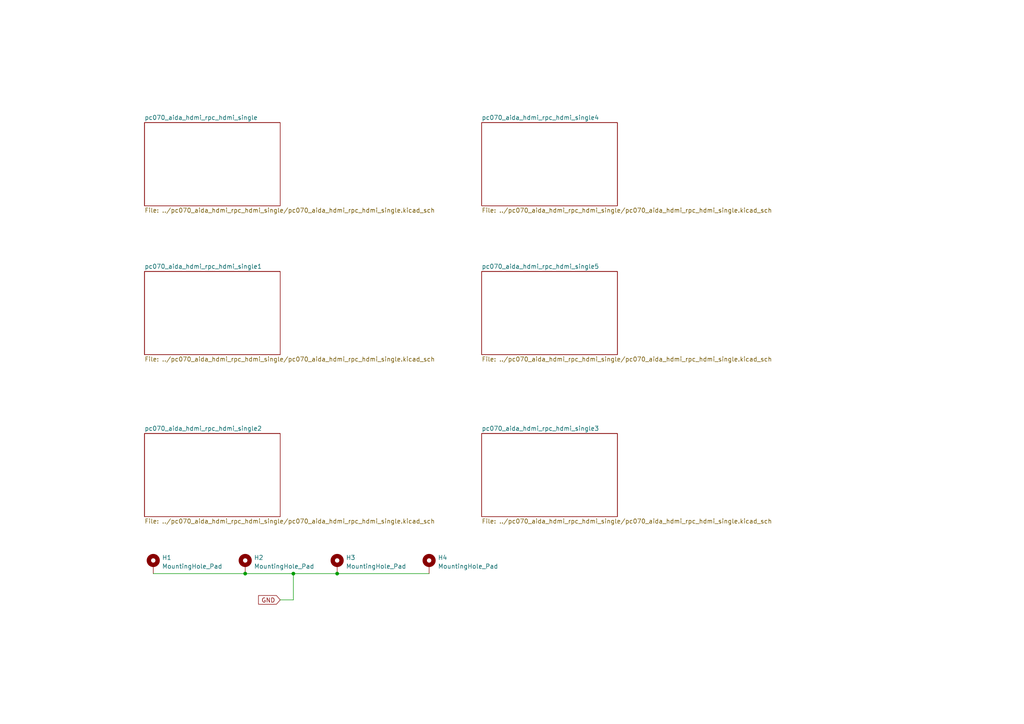
<source format=kicad_sch>
(kicad_sch (version 20211123) (generator eeschema)
  (paper "A4")
  (lib_symbols
    (symbol "Mechanical:MountingHole_Pad" (pin_numbers hide) (pin_names (offset 1.016) hide)
      (property "Reference" "H" (at 0 6.35 0))
      (property "Value" "MountingHole_Pad" (at 0 4.445 0))
      (symbol "MountingHole_Pad_0_1"
        (circle (center 0 1.27) (radius 1.27) (stroke (width 1.27)))
      )
      (symbol "MountingHole_Pad_1_1"
        (pin input line (at 0 -2.54 90) (length 2.54) (name "1") (number "1"))
      )
    )
  )
  (junction (at 85.09 166.37))
  (junction (at 71.12 166.37))
  (junction (at 97.79 166.37))
  (wire (pts (xy 71.12 166.37) (xy 85.09 166.37)))
  (wire (pts (xy 81.28 173.99) (xy 85.09 173.99)))
  (wire (pts (xy 85.09 166.37) (xy 85.09 173.99)))
  (wire (pts (xy 85.09 166.37) (xy 97.79 166.37)))
  (wire (pts (xy 97.79 166.37) (xy 124.46 166.37)))
  (wire (pts (xy 44.45 166.37) (xy 71.12 166.37)))
  (global_label "GND" (shape input) (at 81.28 173.99 180) (property "Intersheet References" "${INTERSHEET_REFS}" (effects hide)))
  (symbol (lib_id "Mechanical:MountingHole_Pad") (at 124.46 163.83 0) (unit 1)
    (property "Reference" "H4" (at 127 161.7253 0) (effects (justify left)))
    (property "Value" "MountingHole_Pad" (at 127 164.2622 0) (effects (justify left)))
    (property "Footprint" "MountingHole:MountingHole_3.2mm_M3_DIN965_Pad_TopBottom" (effects hide))
  )
  (symbol (lib_id "Mechanical:MountingHole_Pad") (at 97.79 163.83 0) (unit 1)
    (property "Reference" "H3" (at 100.33 161.7253 0) (effects (justify left)))
    (property "Value" "MountingHole_Pad" (at 100.33 164.2622 0) (effects (justify left)))
    (property "Footprint" "MountingHole:MountingHole_3.2mm_M3_DIN965_Pad_TopBottom" (effects hide))
  )
  (symbol (lib_id "Mechanical:MountingHole_Pad") (at 71.12 163.83 0) (unit 1)
    (property "Reference" "H2" (at 73.66 161.7253 0) (effects (justify left)))
    (property "Value" "MountingHole_Pad" (at 73.66 164.2622 0) (effects (justify left)))
    (property "Footprint" "MountingHole:MountingHole_3.2mm_M3_DIN965_Pad_TopBottom" (effects hide))
  )
  (symbol (lib_id "Mechanical:MountingHole_Pad") (at 44.45 163.83 0) (unit 1)
    (property "Reference" "H1" (at 46.99 161.7253 0) (effects (justify left)))
    (property "Value" "MountingHole_Pad" (at 46.99 164.2622 0) (effects (justify left)))
    (property "Footprint" "MountingHole:MountingHole_3.2mm_M3_DIN965_Pad_TopBottom" (effects hide))
  )
  (sheet (at 41.91 125.73) (size 39.37 24.13) (stroke (width 0.1524))
    (property "Sheet name" "pc070_aida_hdmi_rpc_hdmi_single2" (at 41.91 125.0184 0) (effects (justify left bottom)))
    (property "Sheet file" "../pc070_aida_hdmi_rpc_hdmi_single/pc070_aida_hdmi_rpc_hdmi_single.kicad_sch" (at 41.91 150.4446 0) (effects (justify left top)))
  )
  (sheet (at 139.7 35.56) (size 39.37 24.13) (stroke (width 0.1524))
    (property "Sheet name" "pc070_aida_hdmi_rpc_hdmi_single4" (at 139.7 34.8484 0) (effects (justify left bottom)))
    (property "Sheet file" "../pc070_aida_hdmi_rpc_hdmi_single/pc070_aida_hdmi_rpc_hdmi_single.kicad_sch" (at 139.7 60.2746 0) (effects (justify left top)))
  )
  (sheet (at 41.91 35.56) (size 39.37 24.13) (stroke (width 0.1524))
    (property "Sheet name" "pc070_aida_hdmi_rpc_hdmi_single" (at 41.91 34.8484 0) (effects (justify left bottom)))
    (property "Sheet file" "../pc070_aida_hdmi_rpc_hdmi_single/pc070_aida_hdmi_rpc_hdmi_single.kicad_sch" (at 41.91 60.2746 0) (effects (justify left top)))
  )
  (sheet (at 41.91 78.74) (size 39.37 24.13) (stroke (width 0.1524))
    (property "Sheet name" "pc070_aida_hdmi_rpc_hdmi_single1" (at 41.91 78.0284 0) (effects (justify left bottom)))
    (property "Sheet file" "../pc070_aida_hdmi_rpc_hdmi_single/pc070_aida_hdmi_rpc_hdmi_single.kicad_sch" (at 41.91 103.4546 0) (effects (justify left top)))
  )
  (sheet (at 139.7 125.73) (size 39.37 24.13) (stroke (width 0.1524))
    (property "Sheet name" "pc070_aida_hdmi_rpc_hdmi_single3" (at 139.7 125.0184 0) (effects (justify left bottom)))
    (property "Sheet file" "../pc070_aida_hdmi_rpc_hdmi_single/pc070_aida_hdmi_rpc_hdmi_single.kicad_sch" (at 139.7 150.4446 0) (effects (justify left top)))
  )
  (sheet (at 139.7 78.74) (size 39.37 24.13) (stroke (width 0.1524))
    (property "Sheet name" "pc070_aida_hdmi_rpc_hdmi_single5" (at 139.7 78.0284 0) (effects (justify left bottom)))
    (property "Sheet file" "../pc070_aida_hdmi_rpc_hdmi_single/pc070_aida_hdmi_rpc_hdmi_single.kicad_sch" (at 139.7 103.4546 0) (effects (justify left top)))
  )
)
</source>
